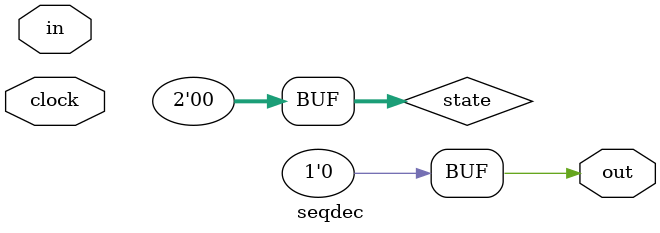
<source format=v>
`timescale 1ns / 1ps


module seqdec (in,clock,out);
input wire in,clock;
output  reg out;
reg [1:0] state,nextstate;
parameter s0=2'b00,s1=2'b01,s2=2'b10,s3=2'b11;
always@(posedge clock)
begin
    state<=nextstate;
end

always@(state)
begin
case(state)
    s0:
     #1 begin
      nextstate<=in ? s0:s1;
    end
    s1:
     #1 begin
        nextstate<= in ? s2:s1 ;
    end
    s2:
     #1 begin
        nextstate <= in ? s1:s3;
    end
    s3:
     #1 begin
        nextstate<= in ? s0:s1;
    end
    default: #1 begin
     state<=s0;
     end
endcase
end
always@(state)
begin
case(state)
s3: #1 begin
out<= in ? 1:0;
end
default: #1 begin
out<=0;
end
endcase
end



endmodule

</source>
